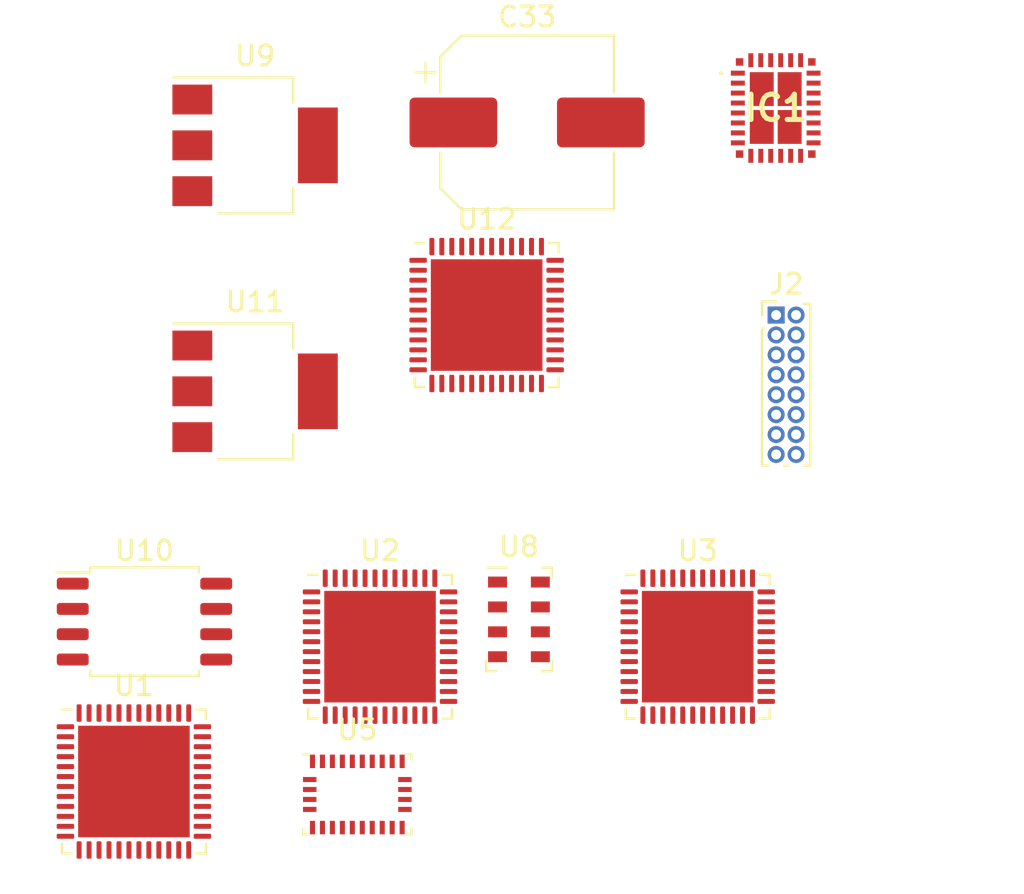
<source format=kicad_pcb>
(kicad_pcb (version 20221018) (generator pcbnew)
  (layers (0 "F.Cu" signal) (31 "B.Cu" signal) (34 "B.Paste" user) (35 "F.Paste" user) (36 "B.SilkS" user "B.Silkscreen") (37 "F.SilkS" user "F.Silkscreen") (38 "B.Mask" user) (39 "F.Mask" user) (44 "Edge.Cuts" user))
  (net 0 "")
  (net 2 "+3.3V")
  (net 3 "/PSU/INTVCC")
  (net 4 "/PSU/BST")
  (net 5 "/PSU/SW")
  (net 6 "GND")
  (net 7 "VBAT")
  (net 9 "EN")
  (net 10 "/PSU/RT")
  (net 12 "PG")
  (net 13 "/PSU/VC")
  (net 15 "/PSU/FB")
  (net 16 "VBACK")
  (net 22 "MainC_R")
  (net 23 "+3.3VA")
  (net 34 "/VLXSMPS")
  (net 35 "/VDD11")
  (net 59 "MotionC_R")
  (net 67 "M_SCL")
  (net 71 "/Motion/M5_SCL")
  (net 72 "/Motion/M5_SDA")
  (net 78 "M_D-")
  (net 79 "M_D+")
  (net 80 "M_SCK")
  (net 81 "M_MISO")
  (net 82 "M_MOSI")
  (net 83 "M_SDA")
  (net 84 "/Motion/H3_SCL")
  (net 86 "/Motion/H3_SDA")
  (net 88 "/Motion/B5_BLI")
  (net 98 "TelemetryC_R")
  (net 132 "/Controll/VBB")
  (net 133 "/Controll/VBACK_A")
  (net 135 "/Motion/B5_BLP")
  (net 138 "Net-(U5-CAP)")
  (net 140 "/Motion/B5_RST")
  (net 143 "/Motion/B5_INT")
  (net 144 "/Motion/B5_SCL")
  (net 145 "/Motion/B5_SDA")
  (net 183 "C_D-")
  (net 184 "C_D+")
  (footprint "Connector_PinHeader_1.00mm:PinHeader_2x08_P1.00mm_Vertical" (layer "F.Cu") (at 144.15 83.3)
    (fp_text reference "J2" (at 0.5 -1.56) (layer "F.SilkS"))
    (fp_text value "Conn_02x08_Counter_Clockwise")
    (fp_line (start -0.71 -0.685) (end 0 -0.685) (stroke (width 0.12)) (layer "F.SilkS"))
    (fp_line (start -0.71 0) (end -0.71 -0.685) (stroke (width 0.12)) (layer "F.SilkS"))
    (fp_line (start -0.71 0.685) (end -0.71 7.56) (stroke (width 0.12)) (layer "F.SilkS"))
    (fp_line (start -0.71 0.685) (end -0.608276 0.685) (stroke (width 0.12)) (layer "F.SilkS"))
    (fp_line (start -0.71 7.56) (end -0.394493 7.56) (stroke (width 0.12)) (layer "F.SilkS"))
    (fp_line (start 0.394493 7.56) (end 0.605507 7.56) (stroke (width 0.12)) (layer "F.SilkS"))
    (fp_line (start 1.394493 -0.56) (end 1.71 -0.56) (stroke (width 0.12)) (layer "F.SilkS"))
    (fp_line (start 1.394493 7.56) (end 1.71 7.56) (stroke (width 0.12)) (layer "F.SilkS"))
    (fp_line (start 1.71 -0.56) (end 1.71 7.56) (stroke (width 0.12)) (layer "F.SilkS"))
    (pad "1" thru_hole rect (at 0 0) (size 0.85 0.85) (drill 0.5) (layers "*.Cu" "*.Mask"))
    (pad "2" thru_hole oval (at 1 0) (size 0.85 0.85) (drill 0.5) (layers "*.Cu" "*.Mask"))
    (pad "3" thru_hole oval (at 0 1) (size 0.85 0.85) (drill 0.5) (layers "*.Cu" "*.Mask"))
    (pad "4" thru_hole oval (at 1 1) (size 0.85 0.85) (drill 0.5) (layers "*.Cu" "*.Mask"))
    (pad "5" thru_hole oval (at 0 2) (size 0.85 0.85) (drill 0.5) (layers "*.Cu" "*.Mask"))
    (pad "6" thru_hole oval (at 1 2) (size 0.85 0.85) (drill 0.5) (layers "*.Cu" "*.Mask"))
    (pad "7" thru_hole oval (at 0 3) (size 0.85 0.85) (drill 0.5) (layers "*.Cu" "*.Mask") (net 7 "VBAT"))
    (pad "8" thru_hole oval (at 1 3) (size 0.85 0.85) (drill 0.5) (layers "*.Cu" "*.Mask") (net 2 "+3.3V"))
    (pad "9" thru_hole oval (at 0 4) (size 0.85 0.85) (drill 0.5) (layers "*.Cu" "*.Mask") (net 6 "GND"))
    (pad "10" thru_hole oval (at 1 4) (size 0.85 0.85) (drill 0.5) (layers "*.Cu" "*.Mask"))
    (pad "11" thru_hole oval (at 0 5) (size 0.85 0.85) (drill 0.5) (layers "*.Cu" "*.Mask"))
    (pad "12" thru_hole oval (at 1 5) (size 0.85 0.85) (drill 0.5) (layers "*.Cu" "*.Mask"))
    (pad "13" thru_hole oval (at 0 6) (size 0.85 0.85) (drill 0.5) (layers "*.Cu" "*.Mask"))
    (pad "14" thru_hole oval (at 1 6) (size 0.85 0.85) (drill 0.5) (layers "*.Cu" "*.Mask"))
    (pad "15" thru_hole oval (at 0 7) (size 0.85 0.85) (drill 0.5) (layers "*.Cu" "*.Mask"))
    (pad "16" thru_hole oval (at 1 7) (size 0.85 0.85) (drill 0.5) (layers "*.Cu" "*.Mask"))
  )
  (footprint "Capacitor_SMD:CP_Elec_8x10.5" (layer "F.Cu") (at 131.6525 73.63)
    (fp_text reference "C33" (at 0 -5.3) (layer "F.SilkS"))
    (fp_text value "220m")
    (fp_line (start -5.6 -2.51) (end -4.6 -2.51) (stroke (width 0.12)) (layer "F.SilkS"))
    (fp_line (start -5.1 -3.01) (end -5.1 -2.01) (stroke (width 0.12)) (layer "F.SilkS"))
    (fp_line (start -4.36 -3.295563) (end -4.36 -1.51) (stroke (width 0.12)) (layer "F.SilkS"))
    (fp_line (start -4.36 -3.295563) (end -3.295563 -4.36) (stroke (width 0.12)) (layer "F.SilkS"))
    (fp_line (start -4.36 3.295563) (end -4.36 1.51) (stroke (width 0.12)) (layer "F.SilkS"))
    (fp_line (start -4.36 3.295563) (end -3.295563 4.36) (stroke (width 0.12)) (layer "F.SilkS"))
    (fp_line (start -3.295563 -4.36) (end 4.36 -4.36) (stroke (width 0.12)) (layer "F.SilkS"))
    (fp_line (start -3.295563 4.36) (end 4.36 4.36) (stroke (width 0.12)) (layer "F.SilkS"))
    (fp_line (start 4.36 -4.36) (end 4.36 -1.51) (stroke (width 0.12)) (layer "F.SilkS"))
    (fp_line (start 4.36 4.36) (end 4.36 1.51) (stroke (width 0.12)) (layer "F.SilkS"))
    (pad "1" smd roundrect (at -3.7 0) (size 4.4 2.5) (layers "F.Cu" "F.Paste" "F.Mask") (roundrect_rratio 0.1) (net 132 "/Controll/VBB"))
    (pad "2" smd roundrect (at 3.7 0) (size 4.4 2.5) (layers "F.Cu" "F.Paste" "F.Mask") (roundrect_rratio 0.1) (net 6 "GND"))
  )
  (footprint "Package_LGA:LGA-28_5.2x3.8mm_P0.5mm" (layer "F.Cu") (at 123.1325 107.37)
    (fp_text reference "U5" (at 0 -3.25) (layer "F.SilkS"))
    (fp_text value "BNO055")
    (fp_line (start -2.71 -2.01) (end -2.45 -2.01) (stroke (width 0.12)) (layer "F.SilkS"))
    (fp_line (start -2.71 2.01) (end -2.71 1.75) (stroke (width 0.12)) (layer "F.SilkS"))
    (fp_line (start -2.71 2.01) (end -2.45 2.01) (stroke (width 0.12)) (layer "F.SilkS"))
    (fp_line (start 2.71 -2.01) (end 2.45 -2.01) (stroke (width 0.12)) (layer "F.SilkS"))
    (fp_line (start 2.71 -2.01) (end 2.71 -1.75) (stroke (width 0.12)) (layer "F.SilkS"))
    (fp_line (start 2.71 2.01) (end 2.45 2.01) (stroke (width 0.12)) (layer "F.SilkS"))
    (fp_line (start 2.71 2.01) (end 2.71 1.75) (stroke (width 0.12)) (layer "F.SilkS"))
    (pad "1" smd rect (at -2.25 -1.6625) (size 0.254 0.675) (layers "F.Cu" "F.Paste" "F.Mask"))
    (pad "2" smd rect (at -2.3875 -0.75 90) (size 0.254 0.675) (layers "F.Cu" "F.Paste" "F.Mask") (net 6 "GND"))
    (pad "3" smd rect (at -2.3875 -0.25 90) (size 0.254 0.675) (layers "F.Cu" "F.Paste" "F.Mask") (net 2 "+3.3V"))
    (pad "4" smd rect (at -2.3875 0.25 90) (size 0.254 0.675) (layers "F.Cu" "F.Paste" "F.Mask") (net 135 "/Motion/B5_BLP"))
    (pad "5" smd rect (at -2.3875 0.75 90) (size 0.254 0.675) (layers "F.Cu" "F.Paste" "F.Mask") (net 6 "GND"))
    (pad "6" smd rect (at -2.25 1.6625) (size 0.254 0.675) (layers "F.Cu" "F.Paste" "F.Mask") (net 6 "GND"))
    (pad "7" smd rect (at -1.75 1.6625) (size 0.254 0.675) (layers "F.Cu" "F.Paste" "F.Mask"))
    (pad "8" smd rect (at -1.25 1.6625) (size 0.254 0.675) (layers "F.Cu" "F.Paste" "F.Mask"))
    (pad "9" smd rect (at -0.75 1.6625) (size 0.254 0.675) (layers "F.Cu" "F.Paste" "F.Mask") (net 138 "Net-(U5-CAP)"))
    (pad "10" smd rect (at -0.25 1.6625) (size 0.254 0.675) (layers "F.Cu" "F.Paste" "F.Mask") (net 88 "/Motion/B5_BLI"))
    (pad "11" smd rect (at 0.25 1.6625) (size 0.254 0.675) (layers "F.Cu" "F.Paste" "F.Mask") (net 140 "/Motion/B5_RST"))
    (pad "12" smd rect (at 0.75 1.6625) (size 0.254 0.675) (layers "F.Cu" "F.Paste" "F.Mask"))
    (pad "13" smd rect (at 1.25 1.6625) (size 0.254 0.675) (layers "F.Cu" "F.Paste" "F.Mask"))
    (pad "14" smd rect (at 1.75 1.6625) (size 0.254 0.675) (layers "F.Cu" "F.Paste" "F.Mask") (net 143 "/Motion/B5_INT"))
    (pad "15" smd rect (at 2.25 1.6625) (size 0.254 0.675) (layers "F.Cu" "F.Paste" "F.Mask") (net 6 "GND"))
    (pad "16" smd rect (at 2.3875 0.75 90) (size 0.254 0.675) (layers "F.Cu" "F.Paste" "F.Mask") (net 6 "GND"))
    (pad "17" smd rect (at 2.3875 0.25 90) (size 0.254 0.675) (layers "F.Cu" "F.Paste" "F.Mask") (net 6 "GND"))
    (pad "18" smd rect (at 2.3875 -0.25 90) (size 0.254 0.675) (layers "F.Cu" "F.Paste" "F.Mask") (net 6 "GND"))
    (pad "19" smd rect (at 2.3875 -0.75 90) (size 0.254 0.675) (layers "F.Cu" "F.Paste" "F.Mask") (net 144 "/Motion/B5_SCL"))
    (pad "20" smd rect (at 2.25 -1.6625) (size 0.254 0.675) (layers "F.Cu" "F.Paste" "F.Mask") (net 145 "/Motion/B5_SDA"))
    (pad "21" smd rect (at 1.75 -1.6625) (size 0.254 0.675) (layers "F.Cu" "F.Paste" "F.Mask"))
    (pad "22" smd rect (at 1.25 -1.6625) (size 0.254 0.675) (layers "F.Cu" "F.Paste" "F.Mask"))
    (pad "23" smd rect (at 0.75 -1.6625) (size 0.254 0.675) (layers "F.Cu" "F.Paste" "F.Mask"))
    (pad "24" smd rect (at 0.25 -1.6625) (size 0.254 0.675) (layers "F.Cu" "F.Paste" "F.Mask"))
    (pad "25" smd rect (at -0.25 -1.6625) (size 0.254 0.675) (layers "F.Cu" "F.Paste" "F.Mask") (net 6 "GND"))
    (pad "26" smd rect (at -0.75 -1.6625) (size 0.254 0.675) (layers "F.Cu" "F.Paste" "F.Mask"))
    (pad "27" smd rect (at -1.25 -1.6625) (size 0.254 0.675) (layers "F.Cu" "F.Paste" "F.Mask"))
    (pad "28" smd rect (at -1.75 -1.6625) (size 0.254 0.675) (layers "F.Cu" "F.Paste" "F.Mask") (net 2 "+3.3V"))
  )
  (footprint "Package_LGA:LGA-8_3x5mm_P1.25mm" (layer "F.Cu") (at 131.2425 98.58)
    (fp_text reference "U8" (at 0 -3.65) (layer "F.SilkS"))
    (fp_text value "MS5611-01BA")
    (fp_line (start -1.65 2.6) (end -1.65 2.1) (stroke (width 0.12)) (layer "F.SilkS"))
    (fp_line (start -1.55 -2.6) (end -0.6 -2.6) (stroke (width 0.12)) (layer "F.SilkS"))
    (fp_line (start -1.15 2.6) (end -1.65 2.6) (stroke (width 0.12)) (layer "F.SilkS"))
    (fp_line (start 1.15 -2.6) (end 1.65 -2.6) (stroke (width 0.12)) (layer "F.SilkS"))
    (fp_line (start 1.65 -2.6) (end 1.65 -2.1) (stroke (width 0.12)) (layer "F.SilkS"))
    (fp_line (start 1.65 2.1) (end 1.65 2.6) (stroke (width 0.12)) (layer "F.SilkS"))
    (fp_line (start 1.65 2.6) (end 1.15 2.6) (stroke (width 0.12)) (layer "F.SilkS"))
    (pad "1" smd rect (at -1.075 -1.875) (size 0.95 0.55) (layers "F.Cu" "F.Paste" "F.Mask") (net 2 "+3.3V"))
    (pad "2" smd rect (at -1.075 -0.625) (size 0.95 0.55) (layers "F.Cu" "F.Paste" "F.Mask") (net 2 "+3.3V"))
    (pad "3" smd rect (at -1.075 0.625) (size 0.95 0.55) (layers "F.Cu" "F.Paste" "F.Mask") (net 6 "GND"))
    (pad "4" smd rect (at -1.075 1.875) (size 0.95 0.55) (layers "F.Cu" "F.Paste" "F.Mask") (net 6 "GND"))
    (pad "5" smd rect (at 1.075 1.875) (size 0.95 0.55) (layers "F.Cu" "F.Paste" "F.Mask") (net 6 "GND"))
    (pad "6" smd rect (at 1.075 0.625) (size 0.95 0.55) (layers "F.Cu" "F.Paste" "F.Mask"))
    (pad "7" smd rect (at 1.075 -0.625) (size 0.95 0.55) (layers "F.Cu" "F.Paste" "F.Mask") (net 72 "/Motion/M5_SDA"))
    (pad "8" smd rect (at 1.075 -1.875) (size 0.95 0.55) (layers "F.Cu" "F.Paste" "F.Mask") (net 71 "/Motion/M5_SCL"))
  )
  (footprint "Package_TO_SOT_SMD:SOT-223-3_TabPin2" (layer "F.Cu") (at 118.0025 87.13)
    (fp_text reference "U11" (at 0 -4.5) (layer "F.SilkS"))
    (fp_text value "LM1117MPX-3.3")
    (fp_line (start -4.1 -3.41) (end 1.91 -3.41) (stroke (width 0.12)) (layer "F.SilkS"))
    (fp_line (start -1.85 3.41) (end 1.91 3.41) (stroke (width 0.12)) (layer "F.SilkS"))
    (fp_line (start 1.91 -3.41) (end 1.91 -2.15) (stroke (width 0.12)) (layer "F.SilkS"))
    (fp_line (start 1.91 3.41) (end 1.91 2.15) (stroke (width 0.12)) (layer "F.SilkS"))
    (pad "1" smd rect (at -3.15 -2.3) (size 2 1.5) (layers "F.Cu" "F.Paste" "F.Mask") (net 6 "GND"))
    (pad "2" smd rect (at -3.15 0) (size 2 1.5) (layers "F.Cu" "F.Paste" "F.Mask") (net 16 "VBACK"))
    (pad "2" smd rect (at 3.15 0) (size 2 3.8) (layers "F.Cu" "F.Paste" "F.Mask") (net 16 "VBACK"))
    (pad "3" smd rect (at -3.15 2.3) (size 2 1.5) (layers "F.Cu" "F.Paste" "F.Mask") (net 7 "VBAT"))
  )
  (footprint "Package_DFN_QFN:QFN-48-1EP_7x7mm_P0.5mm_EP5.6x5.6mm" (layer "F.Cu") (at 124.2725 99.95)
    (fp_text reference "U2" (at 0 -4.82) (layer "F.SilkS"))
    (fp_text value "STM32L552CCU6")
    (fp_line (start -3.61 3.61) (end -3.61 3.135) (stroke (width 0.12)) (layer "F.SilkS"))
    (fp_line (start -3.135 -3.61) (end -3.61 -3.61) (stroke (width 0.12)) (layer "F.SilkS"))
    (fp_line (start -3.135 3.61) (end -3.61 3.61) (stroke (width 0.12)) (layer "F.SilkS"))
    (fp_line (start 3.135 -3.61) (end 3.61 -3.61) (stroke (width 0.12)) (layer "F.SilkS"))
    (fp_line (start 3.135 3.61) (end 3.61 3.61) (stroke (width 0.12)) (layer "F.SilkS"))
    (fp_line (start 3.61 -3.61) (end 3.61 -3.135) (stroke (width 0.12)) (layer "F.SilkS"))
    (fp_line (start 3.61 3.61) (end 3.61 3.135) (stroke (width 0.12)) (layer "F.SilkS"))
    (pad "1" smd roundrect (at -3.4375 -2.75) (size 0.875 0.25) (layers "F.Cu" "F.Paste" "F.Mask") (net 16 "VBACK"))
    (pad "2" smd roundrect (at -3.4375 -2.25) (size 0.875 0.25) (layers "F.Cu" "F.Paste" "F.Mask"))
    (pad "3" smd roundrect (at -3.4375 -1.75) (size 0.875 0.25) (layers "F.Cu" "F.Paste" "F.Mask"))
    (pad "4" smd roundrect (at -3.4375 -1.25) (size 0.875 0.25) (layers "F.Cu" "F.Paste" "F.Mask"))
    (pad "5" smd roundrect (at -3.4375 -0.75) (size 0.875 0.25) (layers "F.Cu" "F.Paste" "F.Mask"))
    (pad "6" smd roundrect (at -3.4375 -0.25) (size 0.875 0.25) (layers "F.Cu" "F.Paste" "F.Mask"))
    (pad "7" smd roundrect (at -3.4375 0.25) (size 0.875 0.25) (layers "F.Cu" "F.Paste" "F.Mask") (net 59 "MotionC_R"))
    (pad "8" smd roundrect (at -3.4375 0.75) (size 0.875 0.25) (layers "F.Cu" "F.Paste" "F.Mask") (net 6 "GND"))
    (pad "9" smd roundrect (at -3.4375 1.25) (size 0.875 0.25) (layers "F.Cu" "F.Paste" "F.Mask") (net 23 "+3.3VA"))
    (pad "10" smd roundrect (at -3.4375 1.75) (size 0.875 0.25) (layers "F.Cu" "F.Paste" "F.Mask"))
    (pad "11" smd roundrect (at -3.4375 2.25) (size 0.875 0.25) (layers "F.Cu" "F.Paste" "F.Mask"))
    (pad "12" smd roundrect (at -3.4375 2.75) (size 0.875 0.25) (layers "F.Cu" "F.Paste" "F.Mask"))
    (pad "13" smd roundrect (at -2.75 3.4375) (size 0.25 0.875) (layers "F.Cu" "F.Paste" "F.Mask"))
    (pad "14" smd roundrect (at -2.25 3.4375) (size 0.25 0.875) (layers "F.Cu" "F.Paste" "F.Mask"))
    (pad "15" smd roundrect (at -1.75 3.4375) (size 0.25 0.875) (layers "F.Cu" "F.Paste" "F.Mask"))
    (pad "16" smd roundrect (at -1.25 3.4375) (size 0.25 0.875) (layers "F.Cu" "F.Paste" "F.Mask"))
    (pad "17" smd roundrect (at -0.75 3.4375) (size 0.25 0.875) (layers "F.Cu" "F.Paste" "F.Mask") (net 67 "M_SCL"))
    (pad "18" smd roundrect (at -0.25 3.4375) (size 0.25 0.875) (layers "F.Cu" "F.Paste" "F.Mask"))
    (pad "19" smd roundrect (at 0.25 3.4375) (size 0.25 0.875) (layers "F.Cu" "F.Paste" "F.Mask"))
    (pad "20" smd roundrect (at 0.75 3.4375) (size 0.25 0.875) (layers "F.Cu" "F.Paste" "F.Mask"))
    (pad "21" smd roundrect (at 1.25 3.4375) (size 0.25 0.875) (layers "F.Cu" "F.Paste" "F.Mask") (net 71 "/Motion/M5_SCL"))
    (pad "22" smd roundrect (at 1.75 3.4375) (size 0.25 0.875) (layers "F.Cu" "F.Paste" "F.Mask") (net 72 "/Motion/M5_SDA"))
    (pad "23" smd roundrect (at 2.25 3.4375) (size 0.25 0.875) (layers "F.Cu" "F.Paste" "F.Mask") (net 6 "GND"))
    (pad "24" smd roundrect (at 2.75 3.4375) (size 0.25 0.875) (layers "F.Cu" "F.Paste" "F.Mask") (net 2 "+3.3V"))
    (pad "25" smd roundrect (at 3.4375 2.75) (size 0.875 0.25) (layers "F.Cu" "F.Paste" "F.Mask"))
    (pad "26" smd roundrect (at 3.4375 2.25) (size 0.875 0.25) (layers "F.Cu" "F.Paste" "F.Mask"))
    (pad "27" smd roundrect (at 3.4375 1.75) (size 0.875 0.25) (layers "F.Cu" "F.Paste" "F.Mask"))
    (pad "28" smd roundrect (at 3.4375 1.25) (size 0.875 0.25) (layers "F.Cu" "F.Paste" "F.Mask"))
    (pad "29" smd roundrect (at 3.4375 0.75) (size 0.875 0.25) (layers "F.Cu" "F.Paste" "F.Mask"))
    (pad "30" smd roundrect (at 3.4375 0.25) (size 0.875 0.25) (layers "F.Cu" "F.Paste" "F.Mask") (net 144 "/Motion/B5_SCL"))
    (pad "31" smd roundrect (at 3.4375 -0.25) (size 0.875 0.25) (layers "F.Cu" "F.Paste" "F.Mask") (net 145 "/Motion/B5_SDA"))
    (pad "32" smd roundrect (at 3.4375 -0.75) (size 0.875 0.25) (layers "F.Cu" "F.Paste" "F.Mask") (net 78 "M_D-"))
    (pad "33" smd roundrect (at 3.4375 -1.25) (size 0.875 0.25) (layers "F.Cu" "F.Paste" "F.Mask") (net 79 "M_D+"))
    (pad "34" smd roundrect (at 3.4375 -1.75) (size 0.875 0.25) (layers "F.Cu" "F.Paste" "F.Mask") (net 80 "M_SCK"))
    (pad "35" smd roundrect (at 3.4375 -2.25) (size 0.875 0.25) (layers "F.Cu" "F.Paste" "F.Mask") (net 6 "GND"))
    (pad "36" smd roundrect (at 3.4375 -2.75) (size 0.875 0.25) (layers "F.Cu" "F.Paste" "F.Mask") (net 2 "+3.3V"))
    (pad "37" smd roundrect (at 2.75 -3.4375) (size 0.25 0.875) (layers "F.Cu" "F.Paste" "F.Mask") (net 81 "M_MISO"))
    (pad "38" smd roundrect (at 2.25 -3.4375) (size 0.25 0.875) (layers "F.Cu" "F.Paste" "F.Mask") (net 82 "M_MOSI"))
    (pad "39" smd roundrect (at 1.75 -3.4375) (size 0.25 0.875) (layers "F.Cu" "F.Paste" "F.Mask"))
    (pad "40" smd roundrect (at 1.25 -3.4375) (size 0.25 0.875) (layers "F.Cu" "F.Paste" "F.Mask") (net 83 "M_SDA"))
    (pad "41" smd roundrect (at 0.75 -3.4375) (size 0.25 0.875) (layers "F.Cu" "F.Paste" "F.Mask"))
    (pad "42" smd roundrect (at 0.25 -3.4375) (size 0.25 0.875) (layers "F.Cu" "F.Paste" "F.Mask") (net 84 "/Motion/H3_SCL"))
    (pad "43" smd roundrect (at -0.25 -3.4375) (size 0.25 0.875) (layers "F.Cu" "F.Paste" "F.Mask") (net 86 "/Motion/H3_SDA"))
    (pad "44" smd roundrect (at -0.75 -3.4375) (size 0.25 0.875) (layers "F.Cu" "F.Paste" "F.Mask"))
    (pad "45" smd roundrect (at -1.25 -3.4375) (size 0.25 0.875) (layers "F.Cu" "F.Paste" "F.Mask"))
    (pad "46" smd roundrect (at -1.75 -3.4375) (size 0.25 0.875) (layers "F.Cu" "F.Paste" "F.Mask"))
    (pad "47" smd roundrect (at -2.25 -3.4375) (size 0.25 0.875) (layers "F.Cu" "F.Paste" "F.Mask") (net 6 "GND"))
    (pad "48" smd roundrect (at -2.75 -3.4375) (size 0.25 0.875) (layers "F.Cu" "F.Paste" "F.Mask") (net 2 "+3.3V"))
    (pad "49" smd rect (at 0 0) (size 5.6 5.6) (layers "F.Cu" "F.Mask") (net 6 "GND"))
  )
  (footprint "Package_SO:SOIC-8_5.23x5.23mm_P1.27mm" (layer "F.Cu") (at 112.4525 98.69)
    (fp_text reference "U10" (at 0 -3.56) (layer "F.SilkS"))
    (fp_text value "W25Q128JVS")
    (fp_line (start -2.725 -2.725) (end -2.725 -2.465) (stroke (width 0.12)) (layer "F.SilkS"))
    (fp_line (start -2.725 -2.465) (end -4.4 -2.465) (stroke (width 0.12)) (layer "F.SilkS"))
    (fp_line (start -2.725 2.725) (end -2.725 2.465) (stroke (width 0.12)) (layer "F.SilkS"))
    (fp_line (start 0 -2.725) (end -2.725 -2.725) (stroke (width 0.12)) (layer "F.SilkS"))
    (fp_line (start 0 -2.725) (end 2.725 -2.725) (stroke (width 0.12)) (layer "F.SilkS"))
    (fp_line (start 0 2.725) (end -2.725 2.725) (stroke (width 0.12)) (layer "F.SilkS"))
    (fp_line (start 0 2.725) (end 2.725 2.725) (stroke (width 0.12)) (layer "F.SilkS"))
    (fp_line (start 2.725 -2.725) (end 2.725 -2.465) (stroke (width 0.12)) (layer "F.SilkS"))
    (fp_line (start 2.725 2.725) (end 2.725 2.465) (stroke (width 0.12)) (layer "F.SilkS"))
    (pad "1" smd roundrect (at -3.6 -1.905) (size 1.6 0.6) (layers "F.Cu" "F.Paste" "F.Mask"))
    (pad "2" smd roundrect (at -3.6 -0.635) (size 1.6 0.6) (layers "F.Cu" "F.Paste" "F.Mask"))
    (pad "3" smd roundrect (at -3.6 0.635) (size 1.6 0.6) (layers "F.Cu" "F.Paste" "F.Mask"))
    (pad "4" smd roundrect (at -3.6 1.905) (size 1.6 0.6) (layers "F.Cu" "F.Paste" "F.Mask") (net 6 "GND"))
    (pad "5" smd roundrect (at 3.6 1.905) (size 1.6 0.6) (layers "F.Cu" "F.Paste" "F.Mask"))
    (pad "6" smd roundrect (at 3.6 0.635) (size 1.6 0.6) (layers "F.Cu" "F.Paste" "F.Mask"))
    (pad "7" smd roundrect (at 3.6 -0.635) (size 1.6 0.6) (layers "F.Cu" "F.Paste" "F.Mask"))
    (pad "8" smd roundrect (at 3.6 -1.905) (size 1.6 0.6) (layers "F.Cu" "F.Paste" "F.Mask") (net 2 "+3.3V"))
  )
  (footprint "Package_DFN_QFN:QFN-48-1EP_7x7mm_P0.5mm_EP5.6x5.6mm" (layer "F.Cu") (at 140.2125 99.95)
    (fp_text reference "U3" (at 0 -4.82) (layer "F.SilkS"))
    (fp_text value "STM32L552CCU6")
    (fp_line (start -3.61 3.61) (end -3.61 3.135) (stroke (width 0.12)) (layer "F.SilkS"))
    (fp_line (start -3.135 -3.61) (end -3.61 -3.61) (stroke (width 0.12)) (layer "F.SilkS"))
    (fp_line (start -3.135 3.61) (end -3.61 3.61) (stroke (width 0.12)) (layer "F.SilkS"))
    (fp_line (start 3.135 -3.61) (end 3.61 -3.61) (stroke (width 0.12)) (layer "F.SilkS"))
    (fp_line (start 3.135 3.61) (end 3.61 3.61) (stroke (width 0.12)) (layer "F.SilkS"))
    (fp_line (start 3.61 -3.61) (end 3.61 -3.135) (stroke (width 0.12)) (layer "F.SilkS"))
    (fp_line (start 3.61 3.61) (end 3.61 3.135) (stroke (width 0.12)) (layer "F.SilkS"))
    (pad "1" smd roundrect (at -3.4375 -2.75) (size 0.875 0.25) (layers "F.Cu" "F.Paste" "F.Mask") (net 16 "VBACK"))
    (pad "2" smd roundrect (at -3.4375 -2.25) (size 0.875 0.25) (layers "F.Cu" "F.Paste" "F.Mask"))
    (pad "3" smd roundrect (at -3.4375 -1.75) (size 0.875 0.25) (layers "F.Cu" "F.Paste" "F.Mask"))
    (pad "4" smd roundrect (at -3.4375 -1.25) (size 0.875 0.25) (layers "F.Cu" "F.Paste" "F.Mask"))
    (pad "5" smd roundrect (at -3.4375 -0.75) (size 0.875 0.25) (layers "F.Cu" "F.Paste" "F.Mask"))
    (pad "6" smd roundrect (at -3.4375 -0.25) (size 0.875 0.25) (layers "F.Cu" "F.Paste" "F.Mask"))
    (pad "7" smd roundrect (at -3.4375 0.25) (size 0.875 0.25) (layers "F.Cu" "F.Paste" "F.Mask") (net 98 "TelemetryC_R"))
    (pad "8" smd roundrect (at -3.4375 0.75) (size 0.875 0.25) (layers "F.Cu" "F.Paste" "F.Mask") (net 6 "GND"))
    (pad "9" smd roundrect (at -3.4375 1.25) (size 0.875 0.25) (layers "F.Cu" "F.Paste" "F.Mask") (net 23 "+3.3VA"))
    (pad "10" smd roundrect (at -3.4375 1.75) (size 0.875 0.25) (layers "F.Cu" "F.Paste" "F.Mask"))
    (pad "11" smd roundrect (at -3.4375 2.25) (size 0.875 0.25) (layers "F.Cu" "F.Paste" "F.Mask"))
    (pad "12" smd roundrect (at -3.4375 2.75) (size 0.875 0.25) (layers "F.Cu" "F.Paste" "F.Mask"))
    (pad "13" smd roundrect (at -2.75 3.4375) (size 0.25 0.875) (layers "F.Cu" "F.Paste" "F.Mask"))
    (pad "14" smd roundrect (at -2.25 3.4375) (size 0.25 0.875) (layers "F.Cu" "F.Paste" "F.Mask"))
    (pad "15" smd roundrect (at -1.75 3.4375) (size 0.25 0.875) (layers "F.Cu" "F.Paste" "F.Mask"))
    (pad "16" smd roundrect (at -1.25 3.4375) (size 0.25 0.875) (layers "F.Cu" "F.Paste" "F.Mask"))
    (pad "17" smd roundrect (at -0.75 3.4375) (size 0.25 0.875) (layers "F.Cu" "F.Paste" "F.Mask"))
    (pad "18" smd roundrect (at -0.25 3.4375) (size 0.25 0.875) (layers "F.Cu" "F.Paste" "F.Mask"))
    (pad "19" smd roundrect (at 0.25 3.4375) (size 0.25 0.875) (layers "F.Cu" "F.Paste" "F.Mask"))
    (pad "20" smd roundrect (at 0.75 3.4375) (size 0.25 0.875) (layers "F.Cu" "F.Paste" "F.Mask"))
    (pad "21" smd roundrect (at 1.25 3.4375) (size 0.25 0.875) (layers "F.Cu" "F.Paste" "F.Mask"))
    (pad "22" smd roundrect (at 1.75 3.4375) (size 0.25 0.875) (layers "F.Cu" "F.Paste" "F.Mask"))
    (pad "23" smd roundrect (at 2.25 3.4375) (size 0.25 0.875) (layers "F.Cu" "F.Paste" "F.Mask") (net 6 "GND"))
    (pad "24" smd roundrect (at 2.75 3.4375) (size 0.25 0.875) (layers "F.Cu" "F.Paste" "F.Mask") (net 2 "+3.3V"))
    (pad "25" smd roundrect (at 3.4375 2.75) (size 0.875 0.25) (layers "F.Cu" "F.Paste" "F.Mask"))
    (pad "26" smd roundrect (at 3.4375 2.25) (size 0.875 0.25) (layers "F.Cu" "F.Paste" "F.Mask"))
    (pad "27" smd roundrect (at 3.4375 1.75) (size 0.875 0.25) (layers "F.Cu" "F.Paste" "F.Mask"))
    (pad "28" smd roundrect (at 3.4375 1.25) (size 0.875 0.25) (layers "F.Cu" "F.Paste" "F.Mask"))
    (pad "29" smd roundrect (at 3.4375 0.75) (size 0.875 0.25) (layers "F.Cu" "F.Paste" "F.Mask"))
    (pad "30" smd roundrect (at 3.4375 0.25) (size 0.875 0.25) (layers "F.Cu" "F.Paste" "F.Mask"))
    (pad "31" smd roundrect (at 3.4375 -0.25) (size 0.875 0.25) (layers "F.Cu" "F.Paste" "F.Mask"))
    (pad "32" smd roundrect (at 3.4375 -0.75) (size 0.875 0.25) (layers "F.Cu" "F.Paste" "F.Mask"))
    (pad "33" smd roundrect (at 3.4375 -1.25) (size 0.875 0.25) (layers "F.Cu" "F.Paste" "F.Mask"))
    (pad "34" smd roundrect (at 3.4375 -1.75) (size 0.875 0.25) (layers "F.Cu" "F.Paste" "F.Mask"))
    (pad "35" smd roundrect (at 3.4375 -2.25) (size 0.875 0.25) (layers "F.Cu" "F.Paste" "F.Mask") (net 6 "GND"))
    (pad "36" smd roundrect (at 3.4375 -2.75) (size 0.875 0.25) (layers "F.Cu" "F.Paste" "F.Mask") (net 2 "+3.3V"))
    (pad "37" smd roundrect (at 2.75 -3.4375) (size 0.25 0.875) (layers "F.Cu" "F.Paste" "F.Mask"))
    (pad "38" smd roundrect (at 2.25 -3.4375) (size 0.25 0.875) (layers "F.Cu" "F.Paste" "F.Mask"))
    (pad "39" smd roundrect (at 1.75 -3.4375) (size 0.25 0.875) (layers "F.Cu" "F.Paste" "F.Mask"))
    (pad "40" smd roundrect (at 1.25 -3.4375) (size 0.25 0.875) (layers "F.Cu" "F.Paste" "F.Mask"))
    (pad "41" smd roundrect (at 0.75 -3.4375) (size 0.25 0.875) (layers "F.Cu" "F.Paste" "F.Mask"))
    (pad "42" smd roundrect (at 0.25 -3.4375) (size 0.25 0.875) (layers "F.Cu" "F.Paste" "F.Mask"))
    (pad "43" smd roundrect (at -0.25 -3.4375) (size 0.25 0.875) (layers "F.Cu" "F.Paste" "F.Mask"))
    (pad "44" smd roundrect (at -0.75 -3.4375) (size 0.25 0.875) (layers "F.Cu" "F.Paste" "F.Mask"))
    (pad "45" smd roundrect (at -1.25 -3.4375) (size 0.25 0.875) (layers "F.Cu" "F.Paste" "F.Mask"))
    (pad "46" smd roundrect (at -1.75 -3.4375) (size 0.25 0.875) (layers "F.Cu" "F.Paste" "F.Mask"))
    (pad "47" smd roundrect (at -2.25 -3.4375) (size 0.25 0.875) (layers "F.Cu" "F.Paste" "F.Mask") (net 6 "GND"))
    (pad "48" smd roundrect (at -2.75 -3.4375) (size 0.25 0.875) (layers "F.Cu" "F.Paste" "F.Mask") (net 2 "+3.3V"))
    (pad "49" smd rect (at 0 0) (size 5.6 5.6) (layers "F.Cu" "F.Mask") (net 6 "GND"))
  )
  (footprint "LT8638SJV#TRPBF:LT8638SJVTRPBF" (layer "F.Cu") (at 144.1275 72.905)
    (fp_text reference "IC1" (at 0 0) (layer "F.SilkS") (effects (font (size 1.27 1.27) (thickness 0.254))))
    (fp_text value "LT8638SJV#TRPBF" hide)
    (fp_line (start -2.8 -1.75) (end -2.8 -1.75) (stroke (width 0.1)) (layer "F.SilkS"))
    (fp_line (start -2.7 -1.75) (end -2.7 -1.75) (stroke (width 0.1)) (layer "F.SilkS"))
    (fp_arc (start -2.8 -1.75) (mid -2.75 -1.8) (end -2.7 -1.75) (stroke (width 0.1)) (layer "F.SilkS"))
    (fp_arc (start -2.7 -1.75) (mid -2.75 -1.7) (end -2.8 -1.75) (stroke (width 0.1)) (layer "F.SilkS"))
    (pad "1" smd rect (at -1.9 -1.75 90) (size 0.25 0.7) (layers "F.Cu" "F.Paste" "F.Mask"))
    (pad "2" smd rect (at -1.9 -1.25 90) (size 0.25 0.7) (layers "F.Cu" "F.Paste" "F.Mask") (net 2 "+3.3V"))
    (pad "3" smd rect (at -1.9 -0.75 90) (size 0.25 0.7) (layers "F.Cu" "F.Paste" "F.Mask") (net 3 "/PSU/INTVCC"))
    (pad "4" smd rect (at -1.9 -0.25 90) (size 0.25 0.7) (layers "F.Cu" "F.Paste" "F.Mask") (net 4 "/PSU/BST"))
    (pad "5" smd rect (at -1.9 0.25 90) (size 0.25 0.7) (layers "F.Cu" "F.Paste" "F.Mask") (net 5 "/PSU/SW"))
    (pad "6" smd rect (at -1.9 0.75 90) (size 0.25 0.7) (layers "F.Cu" "F.Paste" "F.Mask") (net 5 "/PSU/SW"))
    (pad "7" smd rect (at -1.9 1.25 90) (size 0.25 0.7) (layers "F.Cu" "F.Paste" "F.Mask") (net 5 "/PSU/SW"))
    (pad "8" smd rect (at -1.9 1.75 90) (size 0.25 0.7) (layers "F.Cu" "F.Paste" "F.Mask") (net 5 "/PSU/SW"))
    (pad "9" smd rect (at -1.25 2.4) (size 0.25 0.7) (layers "F.Cu" "F.Paste" "F.Mask") (net 6 "GND"))
    (pad "10" smd rect (at -0.75 2.4) (size 0.25 0.7) (layers "F.Cu" "F.Paste" "F.Mask") (net 6 "GND"))
    (pad "11" smd rect (at -0.25 2.4) (size 0.25 0.7) (layers "F.Cu" "F.Paste" "F.Mask") (net 6 "GND"))
    (pad "12" smd rect (at 0.25 2.4) (size 0.25 0.7) (layers "F.Cu" "F.Paste" "F.Mask") (net 6 "GND"))
    (pad "13" smd rect (at 0.75 2.4) (size 0.25 0.7) (layers "F.Cu" "F.Paste" "F.Mask") (net 6 "GND"))
    (pad "14" smd rect (at 1.25 2.4) (size 0.25 0.7) (layers "F.Cu" "F.Paste" "F.Mask") (net 6 "GND"))
    (pad "15" smd rect (at 1.9 1.75 90) (size 0.25 0.7) (layers "F.Cu" "F.Paste" "F.Mask") (net 7 "VBAT"))
    (pad "16" smd rect (at 1.9 1.25 90) (size 0.25 0.7) (layers "F.Cu" "F.Paste" "F.Mask") (net 7 "VBAT"))
    (pad "17" smd rect (at 1.9 0.75 90) (size 0.25 0.7) (layers "F.Cu" "F.Paste" "F.Mask") (net 7 "VBAT"))
    (pad "18" smd rect (at 1.9 0.25 90) (size 0.25 0.7) (layers "F.Cu" "F.Paste" "F.Mask") (net 7 "VBAT"))
    (pad "19" smd rect (at 1.9 -0.25 90) (size 0.25 0.7) (layers "F.Cu" "F.Paste" "F.Mask"))
    (pad "20" smd rect (at 1.9 -0.75 90) (size 0.25 0.7) (layers "F.Cu" "F.Paste" "F.Mask") (net 6 "GND"))
    (pad "21" smd rect (at 1.9 -1.25 90) (size 0.25 0.7) (layers "F.Cu" "F.Paste" "F.Mask") (net 9 "EN"))
    (pad "22" smd rect (at 1.9 -1.75 90) (size 0.25 0.7) (layers "F.Cu" "F.Paste" "F.Mask") (net 10 "/PSU/RT"))
    (pad "23" smd rect (at 1.25 -2.4) (size 0.25 0.7) (layers "F.Cu" "F.Paste" "F.Mask"))
    (pad "24" smd rect (at 0.75 -2.4) (size 0.25 0.7) (layers "F.Cu" "F.Paste" "F.Mask") (net 3 "/PSU/INTVCC"))
    (pad "25" smd rect (at 0.25 -2.4) (size 0.25 0.7) (layers "F.Cu" "F.Paste" "F.Mask") (net 12 "PG"))
    (pad "26" smd rect (at -0.25 -2.4) (size 0.25 0.7) (layers "F.Cu" "F.Paste" "F.Mask") (net 13 "/PSU/VC"))
    (pad "27" smd rect (at -0.75 -2.4) (size 0.25 0.7) (layers "F.Cu" "F.Paste" "F.Mask"))
    (pad "28" smd rect (at -1.25 -2.4) (size 0.25 0.7) (layers "F.Cu" "F.Paste" "F.Mask") (net 15 "/PSU/FB"))
    (pad "29" smd rect (at -0.7 -0.95) (size 1.2 1.7) (layers "F.Cu" "F.Paste" "F.Mask") (net 6 "GND"))
    (pad "30" smd rect (at 0.7 -0.95) (size 1.2 1.7) (layers "F.Cu" "F.Paste" "F.Mask") (net 6 "GND"))
    (pad "31" smd rect (at -0.7 0.95) (size 1.2 1.7) (layers "F.Cu" "F.Paste" "F.Mask") (net 6 "GND"))
    (pad "32" smd rect (at 0.7 0.95) (size 1.2 1.7) (layers "F.Cu" "F.Paste" "F.Mask") (net 6 "GND"))
    (pad "33" smd rect (at -1.813 -2.313) (size 0.375 0.375) (layers "F.Cu" "F.Paste" "F.Mask") (net 6 "GND"))
    (pad "34" smd rect (at -1.813 2.313) (size 0.375 0.375) (layers "F.Cu" "F.Paste" "F.Mask") (net 6 "GND"))
    (pad "35" smd rect (at 1.813 2.313) (size 0.375 0.375) (layers "F.Cu" "F.Paste" "F.Mask") (net 6 "GND"))
    (pad "36" smd rect (at 1.813 -2.313) (size 0.375 0.375) (layers "F.Cu" "F.Paste" "F.Mask") (net 6 "GND"))
  )
  (footprint "Package_TO_SOT_SMD:SOT-223-3_TabPin2" (layer "F.Cu") (at 118.0025 74.78)
    (fp_text reference "U9" (at 0 -4.5) (layer "F.SilkS"))
    (fp_text value "LM1117MPX-3.3")
    (fp_line (start -4.1 -3.41) (end 1.91 -3.41) (stroke (width 0.12)) (layer "F.SilkS"))
    (fp_line (start -1.85 3.41) (end 1.91 3.41) (stroke (width 0.12)) (layer "F.SilkS"))
    (fp_line (start 1.91 -3.41) (end 1.91 -2.15) (stroke (width 0.12)) (layer "F.SilkS"))
    (fp_line (start 1.91 3.41) (end 1.91 2.15) (stroke (width 0.12)) (layer "F.SilkS"))
    (pad "1" smd rect (at -3.15 -2.3) (size 2 1.5) (layers "F.Cu" "F.Paste" "F.Mask") (net 6 "GND"))
    (pad "2" smd rect (at -3.15 0) (size 2 1.5) (layers "F.Cu" "F.Paste" "F.Mask") (net 16 "VBACK"))
    (pad "2" smd rect (at 3.15 0) (size 2 3.8) (layers "F.Cu" "F.Paste" "F.Mask") (net 16 "VBACK"))
    (pad "3" smd rect (at -3.15 2.3) (size 2 1.5) (layers "F.Cu" "F.Paste" "F.Mask") (net 7 "VBAT"))
  )
  (footprint "Package_DFN_QFN:QFN-48-1EP_7x7mm_P0.5mm_EP5.6x5.6mm" (layer "F.Cu") (at 111.9225 106.72)
    (fp_text reference "U1" (at 0 -4.82) (layer "F.SilkS"))
    (fp_text value "STM32U575CIU6Q")
    (fp_line (start -3.61 3.61) (end -3.61 3.135) (stroke (width 0.12)) (layer "F.SilkS"))
    (fp_line (start -3.135 -3.61) (end -3.61 -3.61) (stroke (width 0.12)) (layer "F.SilkS"))
    (fp_line (start -3.135 3.61) (end -3.61 3.61) (stroke (width 0.12)) (layer "F.SilkS"))
    (fp_line (start 3.135 -3.61) (end 3.61 -3.61) (stroke (width 0.12)) (layer "F.SilkS"))
    (fp_line (start 3.135 3.61) (end 3.61 3.61) (stroke (width 0.12)) (layer "F.SilkS"))
    (fp_line (start 3.61 -3.61) (end 3.61 -3.135) (stroke (width 0.12)) (layer "F.SilkS"))
    (fp_line (start 3.61 3.61) (end 3.61 3.135) (stroke (width 0.12)) (layer "F.SilkS"))
    (pad "1" smd roundrect (at -3.4375 -2.75) (size 0.875 0.25) (layers "F.Cu" "F.Paste" "F.Mask") (net 16 "VBACK"))
    (pad "2" smd roundrect (at -3.4375 -2.25) (size 0.875 0.25) (layers "F.Cu" "F.Paste" "F.Mask"))
    (pad "3" smd roundrect (at -3.4375 -1.75) (size 0.875 0.25) (layers "F.Cu" "F.Paste" "F.Mask"))
    (pad "4" smd roundrect (at -3.4375 -1.25) (size 0.875 0.25) (layers "F.Cu" "F.Paste" "F.Mask"))
    (pad "5" smd roundrect (at -3.4375 -0.75) (size 0.875 0.25) (layers "F.Cu" "F.Paste" "F.Mask"))
    (pad "6" smd roundrect (at -3.4375 -0.25) (size 0.875 0.25) (layers "F.Cu" "F.Paste" "F.Mask"))
    (pad "7" smd roundrect (at -3.4375 0.25) (size 0.875 0.25) (layers "F.Cu" "F.Paste" "F.Mask") (net 22 "MainC_R"))
    (pad "8" smd roundrect (at -3.4375 0.75) (size 0.875 0.25) (layers "F.Cu" "F.Paste" "F.Mask") (net 6 "GND"))
    (pad "9" smd roundrect (at -3.4375 1.25) (size 0.875 0.25) (layers "F.Cu" "F.Paste" "F.Mask") (net 23 "+3.3VA"))
    (pad "10" smd roundrect (at -3.4375 1.75) (size 0.875 0.25) (layers "F.Cu" "F.Paste" "F.Mask"))
    (pad "11" smd roundrect (at -3.4375 2.25) (size 0.875 0.25) (layers "F.Cu" "F.Paste" "F.Mask"))
    (pad "12" smd roundrect (at -3.4375 2.75) (size 0.875 0.25) (layers "F.Cu" "F.Paste" "F.Mask"))
    (pad "13" smd roundrect (at -2.75 3.4375) (size 0.25 0.875) (layers "F.Cu" "F.Paste" "F.Mask"))
    (pad "14" smd roundrect (at -2.25 3.4375) (size 0.25 0.875) (layers "F.Cu" "F.Paste" "F.Mask"))
    (pad "15" smd roundrect (at -1.75 3.4375) (size 0.25 0.875) (layers "F.Cu" "F.Paste" "F.Mask"))
    (pad "16" smd roundrect (at -1.25 3.4375) (size 0.25 0.875) (layers "F.Cu" "F.Paste" "F.Mask"))
    (pad "17" smd roundrect (at -0.75 3.4375) (size 0.25 0.875) (layers "F.Cu" "F.Paste" "F.Mask"))
    (pad "18" smd roundrect (at -0.25 3.4375) (size 0.25 0.875) (layers "F.Cu" "F.Paste" "F.Mask"))
    (pad "19" smd roundrect (at 0.25 3.4375) (size 0.25 0.875) (layers "F.Cu" "F.Paste" "F.Mask"))
    (pad "20" smd roundrect (at 0.75 3.4375) (size 0.25 0.875) (layers "F.Cu" "F.Paste" "F.Mask") (net 34 "/VLXSMPS"))
    (pad "21" smd roundrect (at 1.25 3.4375) (size 0.25 0.875) (layers "F.Cu" "F.Paste" "F.Mask") (net 2 "+3.3V"))
    (pad "22" smd roundrect (at 1.75 3.4375) (size 0.25 0.875) (layers "F.Cu" "F.Paste" "F.Mask") (net 6 "GND"))
    (pad "23" smd roundrect (at 2.25 3.4375) (size 0.25 0.875) (layers "F.Cu" "F.Paste" "F.Mask") (net 35 "/VDD11"))
    (pad "24" smd roundrect (at 2.75 3.4375) (size 0.25 0.875) (layers "F.Cu" "F.Paste" "F.Mask") (net 6 "GND"))
    (pad "25" smd roundrect (at 3.4375 2.75) (size 0.875 0.25) (layers "F.Cu" "F.Paste" "F.Mask") (net 2 "+3.3V"))
    (pad "26" smd roundrect (at 3.4375 2.25) (size 0.875 0.25) (layers "F.Cu" "F.Paste" "F.Mask"))
    (pad "27" smd roundrect (at 3.4375 1.75) (size 0.875 0.25) (layers "F.Cu" "F.Paste" "F.Mask"))
    (pad "28" smd roundrect (at 3.4375 1.25) (size 0.875 0.25) (layers "F.Cu" "F.Paste" "F.Mask"))
    (pad "29" smd roundrect (at 3.4375 0.75) (size 0.875 0.25) (layers "F.Cu" "F.Paste" "F.Mask"))
    (pad "30" smd roundrect (at 3.4375 0.25) (size 0.875 0.25) (layers "F.Cu" "F.Paste" "F.Mask"))
    (pad "31" smd roundrect (at 3.4375 -0.25) (size 0.875 0.25) (layers "F.Cu" "F.Paste" "F.Mask"))
    (pad "32" smd roundrect (at 3.4375 -0.75) (size 0.875 0.25) (layers "F.Cu" "F.Paste" "F.Mask"))
    (pad "33" smd roundrect (at 3.4375 -1.25) (size 0.875 0.25) (layers "F.Cu" "F.Paste" "F.Mask"))
    (pad "34" smd roundrect (at 3.4375 -1.75) (size 0.875 0.25) (layers "F.Cu" "F.Paste" "F.Mask"))
    (pad "35" smd roundrect (at 3.4375 -2.25) (size 0.875 0.25) (layers "F.Cu" "F.Paste" "F.Mask") (net 6 "GND"))
    (pad "36" smd roundrect (at 3.4375 -2.75) (size 0.875 0.25) (layers "F.Cu" "F.Paste" "F.Mask") (net 2 "+3.3V"))
    (pad "37" smd roundrect (at 2.75 -3.4375) (size 0.25 0.875) (layers "F.Cu" "F.Paste" "F.Mask"))
    (pad "38" smd roundrect (at 2.25 -3.4375) (size 0.25 0.875) (layers "F.Cu" "F.Paste" "F.Mask"))
    (pad "39" smd roundrect (at 1.75 -3.4375) (size 0.25 0.875) (layers "F.Cu" "F.Paste" "F.Mask"))
    (pad "40" smd roundrect (at 1.25 -3.4375) (size 0.25 0.875) (layers "F.Cu" "F.Paste" "F.Mask"))
    (pad "41" smd roundrect (at 0.75 -3.4375) (size 0.25 0.875) (layers "F.Cu" "F.Paste" "F.Mask"))
    (pad "42" smd roundrect (at 0.25 -3.4375) (size 0.25 0.875) (layers "F.Cu" "F.Paste" "F.Mask"))
    (pad "43" smd roundrect (at -0.25 -3.4375) (size 0.25 0.875) (layers "F.Cu" "F.Paste" "F.Mask"))
    (pad "44" smd roundrect (at -0.75 -3.4375) (size 0.25 0.875) (layers "F.Cu" "F.Paste" "F.Mask"))
    (pad "45" smd roundrect (at -1.25 -3.4375) (size 0.25 0.875) (layers "F.Cu" "F.Paste" "F.Mask"))
    (pad "46" smd roundrect (at -1.75 -3.4375) (size 0.25 0.875) (layers "F.Cu" "F.Paste" "F.Mask") (net 35 "/VDD11"))
    (pad "47" smd roundrect (at -2.25 -3.4375) (size 0.25 0.875) (layers "F.Cu" "F.Paste" "F.Mask") (net 6 "GND"))
    (pad "48" smd roundrect (at -2.75 -3.4375) (size 0.25 0.875) (layers "F.Cu" "F.Paste" "F.Mask") (net 2 "+3.3V"))
    (pad "49" smd rect (at 0 0) (size 5.6 5.6) (layers "F.Cu" "F.Mask") (net 6 "GND"))
  )
  (footprint "Package_DFN_QFN:QFN-48-1EP_7x7mm_P0.5mm_EP5.6x5.6mm" (layer "F.Cu") (at 129.6225 83.3)
    (fp_text reference "U12" (at 0 -4.82) (layer "F.SilkS"))
    (fp_text value "STM32L552CCU6")
    (fp_line (start -3.61 3.61) (end -3.61 3.135) (stroke (width 0.12)) (layer "F.SilkS"))
    (fp_line (start -3.135 -3.61) (end -3.61 -3.61) (stroke (width 0.12)) (layer "F.SilkS"))
    (fp_line (start -3.135 3.61) (end -3.61 3.61) (stroke (width 0.12)) (layer "F.SilkS"))
    (fp_line (start 3.135 -3.61) (end 3.61 -3.61) (stroke (width 0.12)) (layer "F.SilkS"))
    (fp_line (start 3.135 3.61) (end 3.61 3.61) (stroke (width 0.12)) (layer "F.SilkS"))
    (fp_line (start 3.61 -3.61) (end 3.61 -3.135) (stroke (width 0.12)) (layer "F.SilkS"))
    (fp_line (start 3.61 3.61) (end 3.61 3.135) (stroke (width 0.12)) (layer "F.SilkS"))
    (pad "1" smd roundrect (at -3.4375 -2.75) (size 0.875 0.25) (layers "F.Cu" "F.Paste" "F.Mask") (net 132 "/Controll/VBB"))
    (pad "2" smd roundrect (at -3.4375 -2.25) (size 0.875 0.25) (layers "F.Cu" "F.Paste" "F.Mask"))
    (pad "3" smd roundrect (at -3.4375 -1.75) (size 0.875 0.25) (layers "F.Cu" "F.Paste" "F.Mask"))
    (pad "4" smd roundrect (at -3.4375 -1.25) (size 0.875 0.25) (layers "F.Cu" "F.Paste" "F.Mask"))
    (pad "5" smd roundrect (at -3.4375 -0.75) (size 0.875 0.25) (layers "F.Cu" "F.Paste" "F.Mask"))
    (pad "6" smd roundrect (at -3.4375 -0.25) (size 0.875 0.25) (layers "F.Cu" "F.Paste" "F.Mask"))
    (pad "7" smd roundrect (at -3.4375 0.25) (size 0.875 0.25) (layers "F.Cu" "F.Paste" "F.Mask"))
    (pad "8" smd roundrect (at -3.4375 0.75) (size 0.875 0.25) (layers "F.Cu" "F.Paste" "F.Mask") (net 6 "GND"))
    (pad "9" smd roundrect (at -3.4375 1.25) (size 0.875 0.25) (layers "F.Cu" "F.Paste" "F.Mask") (net 133 "/Controll/VBACK_A"))
    (pad "10" smd roundrect (at -3.4375 1.75) (size 0.875 0.25) (layers "F.Cu" "F.Paste" "F.Mask"))
    (pad "11" smd roundrect (at -3.4375 2.25) (size 0.875 0.25) (layers "F.Cu" "F.Paste" "F.Mask"))
    (pad "12" smd roundrect (at -3.4375 2.75) (size 0.875 0.25) (layers "F.Cu" "F.Paste" "F.Mask"))
    (pad "13" smd roundrect (at -2.75 3.4375) (size 0.25 0.875) (layers "F.Cu" "F.Paste" "F.Mask"))
    (pad "14" smd roundrect (at -2.25 3.4375) (size 0.25 0.875) (layers "F.Cu" "F.Paste" "F.Mask"))
    (pad "15" smd roundrect (at -1.75 3.4375) (size 0.25 0.875) (layers "F.Cu" "F.Paste" "F.Mask"))
    (pad "16" smd roundrect (at -1.25 3.4375) (size 0.25 0.875) (layers "F.Cu" "F.Paste" "F.Mask"))
    (pad "17" smd roundrect (at -0.75 3.4375) (size 0.25 0.875) (layers "F.Cu" "F.Paste" "F.Mask"))
    (pad "18" smd roundrect (at -0.25 3.4375) (size 0.25 0.875) (layers "F.Cu" "F.Paste" "F.Mask"))
    (pad "19" smd roundrect (at 0.25 3.4375) (size 0.25 0.875) (layers "F.Cu" "F.Paste" "F.Mask"))
    (pad "20" smd roundrect (at 0.75 3.4375) (size 0.25 0.875) (layers "F.Cu" "F.Paste" "F.Mask"))
    (pad "21" smd roundrect (at 1.25 3.4375) (size 0.25 0.875) (layers "F.Cu" "F.Paste" "F.Mask"))
    (pad "22" smd roundrect (at 1.75 3.4375) (size 0.25 0.875) (layers "F.Cu" "F.Paste" "F.Mask"))
    (pad "23" smd roundrect (at 2.25 3.4375) (size 0.25 0.875) (layers "F.Cu" "F.Paste" "F.Mask") (net 6 "GND"))
    (pad "24" smd roundrect (at 2.75 3.4375) (size 0.25 0.875) (layers "F.Cu" "F.Paste" "F.Mask") (net 16 "VBACK"))
    (pad "25" smd roundrect (at 3.4375 2.75) (size 0.875 0.25) (layers "F.Cu" "F.Paste" "F.Mask"))
    (pad "26" smd roundrect (at 3.4375 2.25) (size 0.875 0.25) (layers "F.Cu" "F.Paste" "F.Mask"))
    (pad "27" smd roundrect (at 3.4375 1.75) (size 0.875 0.25) (layers "F.Cu" "F.Paste" "F.Mask"))
    (pad "28" smd roundrect (at 3.4375 1.25) (size 0.875 0.25) (layers "F.Cu" "F.Paste" "F.Mask"))
    (pad "29" smd roundrect (at 3.4375 0.75) (size 0.875 0.25) (layers "F.Cu" "F.Paste" "F.Mask"))
    (pad "30" smd roundrect (at 3.4375 0.25) (size 0.875 0.25) (layers "F.Cu" "F.Paste" "F.Mask"))
    (pad "31" smd roundrect (at 3.4375 -0.25) (size 0.875 0.25) (layers "F.Cu" "F.Paste" "F.Mask"))
    (pad "32" smd roundrect (at 3.4375 -0.75) (size 0.875 0.25) (layers "F.Cu" "F.Paste" "F.Mask") (net 183 "C_D-"))
    (pad "33" smd roundrect (at 3.4375 -1.25) (size 0.875 0.25) (layers "F.Cu" "F.Paste" "F.Mask") (net 184 "C_D+"))
    (pad "34" smd roundrect (at 3.4375 -1.75) (size 0.875 0.25) (layers "F.Cu" "F.Paste" "F.Mask"))
    (pad "35" smd roundrect (at 3.4375 -2.25) (size 0.875 0.25) (layers "F.Cu" "F.Paste" "F.Mask") (net 6 "GND"))
    (pad "36" smd roundrect (at 3.4375 -2.75) (size 0.875 0.25) (layers "F.Cu" "F.Paste" "F.Mask") (net 16 "VBACK"))
    (pad "37" smd roundrect (at 2.75 -3.4375) (size 0.25 0.875) (layers "F.Cu" "F.Paste" "F.Mask"))
    (pad "38" smd roundrect (at 2.25 -3.4375) (size 0.25 0.875) (layers "F.Cu" "F.Paste" "F.Mask"))
    (pad "39" smd roundrect (at 1.75 -3.4375) (size 0.25 0.875) (layers "F.Cu" "F.Paste" "F.Mask"))
    (pad "40" smd roundrect (at 1.25 -3.4375) (size 0.25 0.875) (layers "F.Cu" "F.Paste" "F.Mask"))
    (pad "41" smd roundrect (at 0.75 -3.4375) (size 0.25 0.875) (layers "F.Cu" "F.Paste" "F.Mask"))
    (pad "42" smd roundrect (at 0.25 -3.4375) (size 0.25 0.875) (layers "F.Cu" "F.Paste" "F.Mask"))
    (pad "43" smd roundrect (at -0.25 -3.4375) (size 0.25 0.875) (layers "F.Cu" "F.Paste" "F.Mask"))
    (pad "44" smd roundrect (at -0.75 -3.4375) (size 0.25 0.875) (layers "F.Cu" "F.Paste" "F.Mask"))
    (pad "45" smd roundrect (at -1.25 -3.4375) (size 0.25 0.875) (layers "F.Cu" "F.Paste" "F.Mask"))
    (pad "46" smd roundrect (at -1.75 -3.4375) (size 0.25 0.875) (layers "F.Cu" "F.Paste" "F.Mask"))
    (pad "47" smd roundrect (at -2.25 -3.4375) (size 0.25 0.875) (layers "F.Cu" "F.Paste" "F.Mask") (net 6 "GND"))
    (pad "48" smd roundrect (at -2.75 -3.4375) (size 0.25 0.875) (layers "F.Cu" "F.Paste" "F.Mask") (net 16 "VBACK"))
    (pad "49" smd rect (at 0 0) (size 5.6 5.6) (layers "F.Cu" "F.Mask") (net 6 "GND"))
  )
)
</source>
